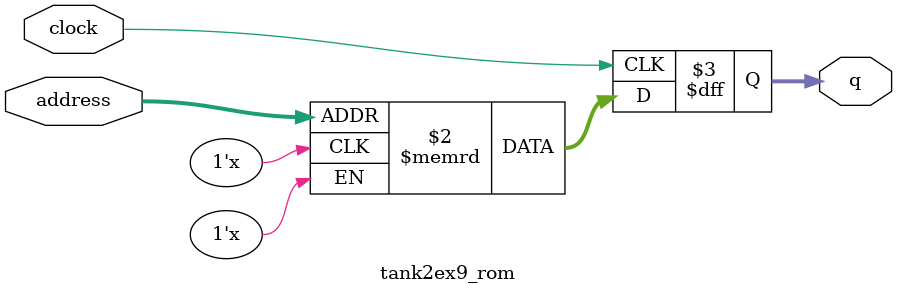
<source format=sv>
module tank2ex9_rom (
	input logic clock,
	input logic [9:0] address,
	output logic [3:0] q
);

logic [3:0] memory [0:1023] /* synthesis ram_init_file = "./tank2ex9/tank2ex9.mif" */;

always_ff @ (posedge clock) begin
	q <= memory[address];
end

endmodule

</source>
